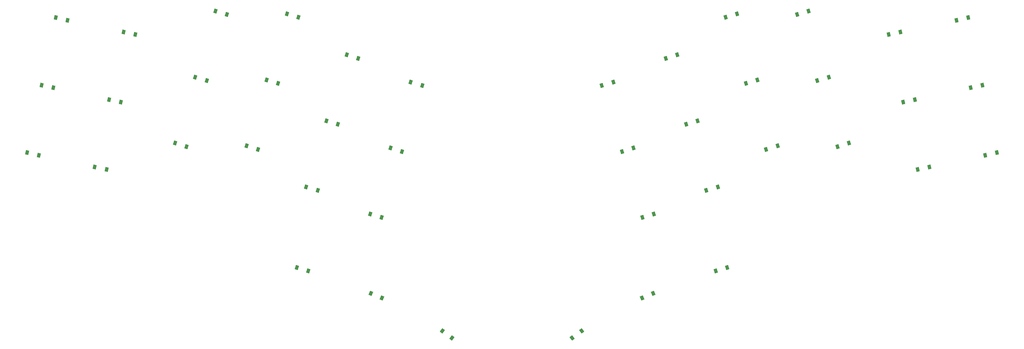
<source format=gbr>
%TF.GenerationSoftware,KiCad,Pcbnew,8.0.6*%
%TF.CreationDate,2025-05-16T17:03:22+02:00*%
%TF.ProjectId,main,6d61696e-2e6b-4696-9361-645f70636258,v1.0.0*%
%TF.SameCoordinates,Original*%
%TF.FileFunction,Paste,Bot*%
%TF.FilePolarity,Positive*%
%FSLAX46Y46*%
G04 Gerber Fmt 4.6, Leading zero omitted, Abs format (unit mm)*
G04 Created by KiCad (PCBNEW 8.0.6) date 2025-05-16 17:03:22*
%MOMM*%
%LPD*%
G01*
G04 APERTURE LIST*
G04 Aperture macros list*
%AMRotRect*
0 Rectangle, with rotation*
0 The origin of the aperture is its center*
0 $1 length*
0 $2 width*
0 $3 Rotation angle, in degrees counterclockwise*
0 Add horizontal line*
21,1,$1,$2,0,0,$3*%
G04 Aperture macros list end*
%ADD10RotRect,0.900000X1.200000X343.000000*%
%ADD11RotRect,0.900000X1.200000X12.000000*%
%ADD12RotRect,0.900000X1.200000X17.000000*%
%ADD13RotRect,0.900000X1.200000X348.000000*%
%ADD14RotRect,0.900000X1.200000X22.000000*%
%ADD15RotRect,0.900000X1.200000X37.000000*%
%ADD16RotRect,0.900000X1.200000X323.000000*%
%ADD17RotRect,0.900000X1.200000X338.000000*%
G04 APERTURE END LIST*
D10*
%TO.C,D16*%
X151366918Y-149595896D03*
X154522724Y-150560722D03*
%TD*%
D11*
%TO.C,D22*%
X320263115Y-133405068D03*
X323491003Y-132718960D03*
%TD*%
%TO.C,D24*%
X312362471Y-96235460D03*
X315590359Y-95549352D03*
%TD*%
D12*
%TO.C,D38*%
X220526963Y-132390931D03*
X223682769Y-131426105D03*
%TD*%
D10*
%TO.C,D17*%
X156921980Y-131426105D03*
X160077786Y-132390931D03*
%TD*%
D12*
%TO.C,D37*%
X226082025Y-150560722D03*
X229237831Y-149595896D03*
%TD*%
D13*
%TO.C,D1*%
X57113745Y-132718960D03*
X60341633Y-133405068D03*
%TD*%
D10*
%TO.C,D7*%
X97734662Y-130061794D03*
X100890468Y-131026620D03*
%TD*%
%TO.C,D14*%
X139336933Y-123958434D03*
X142492739Y-124923260D03*
%TD*%
D11*
%TO.C,D25*%
X301678311Y-137355391D03*
X304906199Y-136669283D03*
%TD*%
D12*
%TO.C,D35*%
X238112010Y-124923260D03*
X241267816Y-123958434D03*
%TD*%
D10*
%TO.C,D12*%
X128476435Y-94495752D03*
X131632241Y-95460578D03*
%TD*%
%TO.C,D13*%
X133781871Y-142128224D03*
X136937677Y-143093050D03*
%TD*%
D11*
%TO.C,D26*%
X297727989Y-118770586D03*
X300955877Y-118084478D03*
%TD*%
D10*
%TO.C,D8*%
X103289724Y-111892004D03*
X106445530Y-112856830D03*
%TD*%
D11*
%TO.C,D27*%
X293777667Y-100185782D03*
X297005555Y-99499674D03*
%TD*%
D14*
%TO.C,D41*%
X226013835Y-172732572D03*
X229073541Y-171496370D03*
%TD*%
D10*
%TO.C,D10*%
X117366310Y-130835333D03*
X120522116Y-131800159D03*
%TD*%
%TO.C,D19*%
X131174912Y-164336415D03*
X134330718Y-165301241D03*
%TD*%
D12*
%TO.C,D30*%
X268604156Y-94687040D03*
X271759962Y-93722214D03*
%TD*%
D13*
%TO.C,D2*%
X61064067Y-114134156D03*
X64291955Y-114820264D03*
%TD*%
D12*
%TO.C,D33*%
X248972508Y-95460578D03*
X252128314Y-94495752D03*
%TD*%
%TO.C,D40*%
X246274031Y-165301241D03*
X249429837Y-164336415D03*
%TD*%
%TO.C,D31*%
X260082632Y-131800159D03*
X263238438Y-130835333D03*
%TD*%
D15*
%TO.C,D42*%
X206835658Y-183740529D03*
X209471156Y-181754539D03*
%TD*%
D16*
%TO.C,D21*%
X171133592Y-181754539D03*
X173769090Y-183740529D03*
%TD*%
D13*
%TO.C,D6*%
X83599194Y-99499674D03*
X86827082Y-100185782D03*
%TD*%
D10*
%TO.C,D18*%
X162477042Y-113256315D03*
X165632848Y-114221141D03*
%TD*%
D13*
%TO.C,D4*%
X75698550Y-136669283D03*
X78926438Y-137355391D03*
%TD*%
%TO.C,D5*%
X79648872Y-118084478D03*
X82876760Y-118770586D03*
%TD*%
D10*
%TO.C,D15*%
X144891995Y-105788643D03*
X148047801Y-106753469D03*
%TD*%
%TO.C,D11*%
X122921373Y-112665543D03*
X126077179Y-113630369D03*
%TD*%
D12*
%TO.C,D28*%
X279714281Y-131026620D03*
X282870087Y-130061794D03*
%TD*%
%TO.C,D29*%
X274159219Y-112856830D03*
X277315025Y-111892004D03*
%TD*%
D17*
%TO.C,D20*%
X151531207Y-171496370D03*
X154590913Y-172732572D03*
%TD*%
D12*
%TO.C,D36*%
X232556947Y-106753469D03*
X235712753Y-105788643D03*
%TD*%
D10*
%TO.C,D9*%
X108844786Y-93722214D03*
X112000592Y-94687040D03*
%TD*%
D13*
%TO.C,D3*%
X65014390Y-95549352D03*
X68242278Y-96235460D03*
%TD*%
D12*
%TO.C,D32*%
X254527570Y-113630369D03*
X257683376Y-112665543D03*
%TD*%
%TO.C,D39*%
X214971900Y-114221141D03*
X218127706Y-113256315D03*
%TD*%
%TO.C,D34*%
X243667072Y-143093050D03*
X246822878Y-142128224D03*
%TD*%
D11*
%TO.C,D23*%
X316312793Y-114820264D03*
X319540681Y-114134156D03*
%TD*%
M02*

</source>
